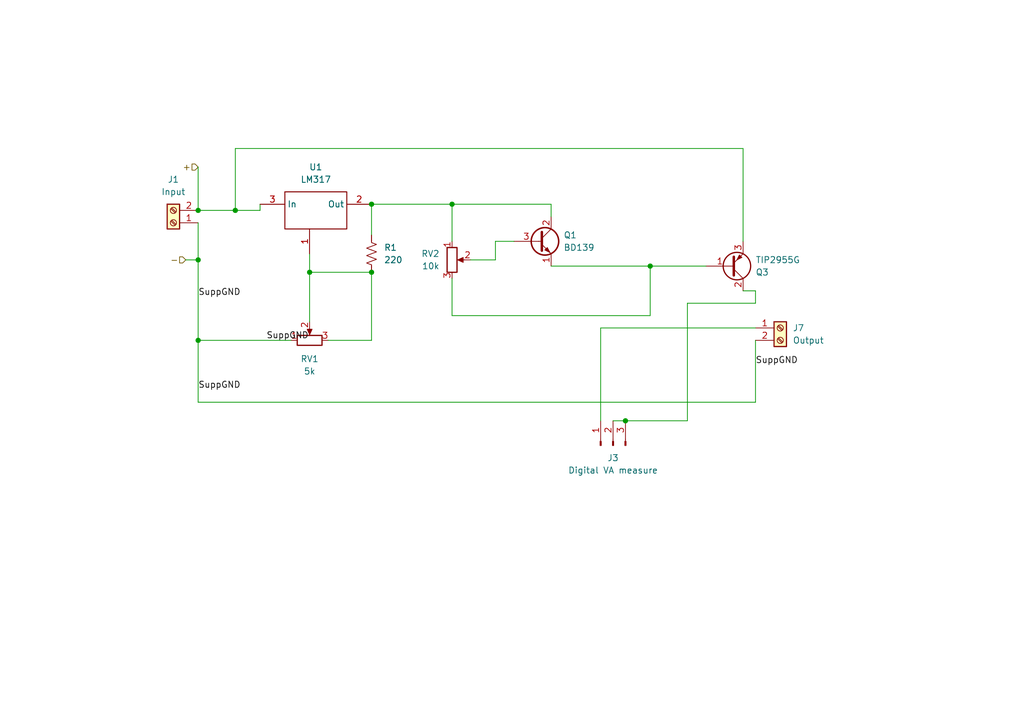
<source format=kicad_sch>
(kicad_sch (version 20230121) (generator eeschema)

  (uuid ac95ffd1-97d8-4cf7-8423-f8e644b86633)

  (paper "A5")

  (title_block
    (title "Bench power supply")
    (date "2023-10-15")
    (rev "1")
  )

  (lib_symbols
    (symbol "Connector:Conn_01x03_Pin" (pin_names (offset 1.016) hide) (in_bom yes) (on_board yes)
      (property "Reference" "J" (at 0 5.08 0)
        (effects (font (size 1.27 1.27)))
      )
      (property "Value" "Conn_01x03_Pin" (at 0 -5.08 0)
        (effects (font (size 1.27 1.27)))
      )
      (property "Footprint" "" (at 0 0 0)
        (effects (font (size 1.27 1.27)) hide)
      )
      (property "Datasheet" "~" (at 0 0 0)
        (effects (font (size 1.27 1.27)) hide)
      )
      (property "ki_locked" "" (at 0 0 0)
        (effects (font (size 1.27 1.27)))
      )
      (property "ki_keywords" "connector" (at 0 0 0)
        (effects (font (size 1.27 1.27)) hide)
      )
      (property "ki_description" "Generic connector, single row, 01x03, script generated" (at 0 0 0)
        (effects (font (size 1.27 1.27)) hide)
      )
      (property "ki_fp_filters" "Connector*:*_1x??_*" (at 0 0 0)
        (effects (font (size 1.27 1.27)) hide)
      )
      (symbol "Conn_01x03_Pin_1_1"
        (polyline
          (pts
            (xy 1.27 -2.54)
            (xy 0.8636 -2.54)
          )
          (stroke (width 0.1524) (type default))
          (fill (type none))
        )
        (polyline
          (pts
            (xy 1.27 0)
            (xy 0.8636 0)
          )
          (stroke (width 0.1524) (type default))
          (fill (type none))
        )
        (polyline
          (pts
            (xy 1.27 2.54)
            (xy 0.8636 2.54)
          )
          (stroke (width 0.1524) (type default))
          (fill (type none))
        )
        (rectangle (start 0.8636 -2.413) (end 0 -2.667)
          (stroke (width 0.1524) (type default))
          (fill (type outline))
        )
        (rectangle (start 0.8636 0.127) (end 0 -0.127)
          (stroke (width 0.1524) (type default))
          (fill (type outline))
        )
        (rectangle (start 0.8636 2.667) (end 0 2.413)
          (stroke (width 0.1524) (type default))
          (fill (type outline))
        )
        (pin passive line (at 5.08 2.54 180) (length 3.81)
          (name "Pin_1" (effects (font (size 1.27 1.27))))
          (number "1" (effects (font (size 1.27 1.27))))
        )
        (pin passive line (at 5.08 0 180) (length 3.81)
          (name "Pin_2" (effects (font (size 1.27 1.27))))
          (number "2" (effects (font (size 1.27 1.27))))
        )
        (pin passive line (at 5.08 -2.54 180) (length 3.81)
          (name "Pin_3" (effects (font (size 1.27 1.27))))
          (number "3" (effects (font (size 1.27 1.27))))
        )
      )
    )
    (symbol "Connector:Screw_Terminal_01x02" (pin_names (offset 1.016) hide) (in_bom yes) (on_board yes)
      (property "Reference" "J" (at 0 2.54 0)
        (effects (font (size 1.27 1.27)))
      )
      (property "Value" "Screw_Terminal_01x02" (at 0 -5.08 0)
        (effects (font (size 1.27 1.27)))
      )
      (property "Footprint" "" (at 0 0 0)
        (effects (font (size 1.27 1.27)) hide)
      )
      (property "Datasheet" "~" (at 0 0 0)
        (effects (font (size 1.27 1.27)) hide)
      )
      (property "ki_keywords" "screw terminal" (at 0 0 0)
        (effects (font (size 1.27 1.27)) hide)
      )
      (property "ki_description" "Generic screw terminal, single row, 01x02, script generated (kicad-library-utils/schlib/autogen/connector/)" (at 0 0 0)
        (effects (font (size 1.27 1.27)) hide)
      )
      (property "ki_fp_filters" "TerminalBlock*:*" (at 0 0 0)
        (effects (font (size 1.27 1.27)) hide)
      )
      (symbol "Screw_Terminal_01x02_1_1"
        (rectangle (start -1.27 1.27) (end 1.27 -3.81)
          (stroke (width 0.254) (type default))
          (fill (type background))
        )
        (circle (center 0 -2.54) (radius 0.635)
          (stroke (width 0.1524) (type default))
          (fill (type none))
        )
        (polyline
          (pts
            (xy -0.5334 -2.2098)
            (xy 0.3302 -3.048)
          )
          (stroke (width 0.1524) (type default))
          (fill (type none))
        )
        (polyline
          (pts
            (xy -0.5334 0.3302)
            (xy 0.3302 -0.508)
          )
          (stroke (width 0.1524) (type default))
          (fill (type none))
        )
        (polyline
          (pts
            (xy -0.3556 -2.032)
            (xy 0.508 -2.8702)
          )
          (stroke (width 0.1524) (type default))
          (fill (type none))
        )
        (polyline
          (pts
            (xy -0.3556 0.508)
            (xy 0.508 -0.3302)
          )
          (stroke (width 0.1524) (type default))
          (fill (type none))
        )
        (circle (center 0 0) (radius 0.635)
          (stroke (width 0.1524) (type default))
          (fill (type none))
        )
        (pin passive line (at -5.08 0 0) (length 3.81)
          (name "Pin_1" (effects (font (size 1.27 1.27))))
          (number "1" (effects (font (size 1.27 1.27))))
        )
        (pin passive line (at -5.08 -2.54 0) (length 3.81)
          (name "Pin_2" (effects (font (size 1.27 1.27))))
          (number "2" (effects (font (size 1.27 1.27))))
        )
      )
    )
    (symbol "Device:R_Potentiometer" (pin_names (offset 1.016) hide) (in_bom yes) (on_board yes)
      (property "Reference" "RV" (at -4.445 0 90)
        (effects (font (size 1.27 1.27)))
      )
      (property "Value" "R_Potentiometer" (at -2.54 0 90)
        (effects (font (size 1.27 1.27)))
      )
      (property "Footprint" "" (at 0 0 0)
        (effects (font (size 1.27 1.27)) hide)
      )
      (property "Datasheet" "~" (at 0 0 0)
        (effects (font (size 1.27 1.27)) hide)
      )
      (property "ki_keywords" "resistor variable" (at 0 0 0)
        (effects (font (size 1.27 1.27)) hide)
      )
      (property "ki_description" "Potentiometer" (at 0 0 0)
        (effects (font (size 1.27 1.27)) hide)
      )
      (property "ki_fp_filters" "Potentiometer*" (at 0 0 0)
        (effects (font (size 1.27 1.27)) hide)
      )
      (symbol "R_Potentiometer_0_1"
        (polyline
          (pts
            (xy 2.54 0)
            (xy 1.524 0)
          )
          (stroke (width 0) (type default))
          (fill (type none))
        )
        (polyline
          (pts
            (xy 1.143 0)
            (xy 2.286 0.508)
            (xy 2.286 -0.508)
            (xy 1.143 0)
          )
          (stroke (width 0) (type default))
          (fill (type outline))
        )
        (rectangle (start 1.016 2.54) (end -1.016 -2.54)
          (stroke (width 0.254) (type default))
          (fill (type none))
        )
      )
      (symbol "R_Potentiometer_1_1"
        (pin passive line (at 0 3.81 270) (length 1.27)
          (name "1" (effects (font (size 1.27 1.27))))
          (number "1" (effects (font (size 1.27 1.27))))
        )
        (pin passive line (at 3.81 0 180) (length 1.27)
          (name "2" (effects (font (size 1.27 1.27))))
          (number "2" (effects (font (size 1.27 1.27))))
        )
        (pin passive line (at 0 -3.81 90) (length 1.27)
          (name "3" (effects (font (size 1.27 1.27))))
          (number "3" (effects (font (size 1.27 1.27))))
        )
      )
    )
    (symbol "Device:R_US" (pin_numbers hide) (pin_names (offset 0)) (in_bom yes) (on_board yes)
      (property "Reference" "R" (at 2.54 0 90)
        (effects (font (size 1.27 1.27)))
      )
      (property "Value" "R_US" (at -2.54 0 90)
        (effects (font (size 1.27 1.27)))
      )
      (property "Footprint" "" (at 1.016 -0.254 90)
        (effects (font (size 1.27 1.27)) hide)
      )
      (property "Datasheet" "~" (at 0 0 0)
        (effects (font (size 1.27 1.27)) hide)
      )
      (property "ki_keywords" "R res resistor" (at 0 0 0)
        (effects (font (size 1.27 1.27)) hide)
      )
      (property "ki_description" "Resistor, US symbol" (at 0 0 0)
        (effects (font (size 1.27 1.27)) hide)
      )
      (property "ki_fp_filters" "R_*" (at 0 0 0)
        (effects (font (size 1.27 1.27)) hide)
      )
      (symbol "R_US_0_1"
        (polyline
          (pts
            (xy 0 -2.286)
            (xy 0 -2.54)
          )
          (stroke (width 0) (type default))
          (fill (type none))
        )
        (polyline
          (pts
            (xy 0 2.286)
            (xy 0 2.54)
          )
          (stroke (width 0) (type default))
          (fill (type none))
        )
        (polyline
          (pts
            (xy 0 -0.762)
            (xy 1.016 -1.143)
            (xy 0 -1.524)
            (xy -1.016 -1.905)
            (xy 0 -2.286)
          )
          (stroke (width 0) (type default))
          (fill (type none))
        )
        (polyline
          (pts
            (xy 0 0.762)
            (xy 1.016 0.381)
            (xy 0 0)
            (xy -1.016 -0.381)
            (xy 0 -0.762)
          )
          (stroke (width 0) (type default))
          (fill (type none))
        )
        (polyline
          (pts
            (xy 0 2.286)
            (xy 1.016 1.905)
            (xy 0 1.524)
            (xy -1.016 1.143)
            (xy 0 0.762)
          )
          (stroke (width 0) (type default))
          (fill (type none))
        )
      )
      (symbol "R_US_1_1"
        (pin passive line (at 0 3.81 270) (length 1.27)
          (name "~" (effects (font (size 1.27 1.27))))
          (number "1" (effects (font (size 1.27 1.27))))
        )
        (pin passive line (at 0 -3.81 90) (length 1.27)
          (name "~" (effects (font (size 1.27 1.27))))
          (number "2" (effects (font (size 1.27 1.27))))
        )
      )
    )
    (symbol "Transistor_BJT:BD139" (pin_names (offset 0) hide) (in_bom yes) (on_board yes)
      (property "Reference" "Q" (at 5.08 1.905 0)
        (effects (font (size 1.27 1.27)) (justify left))
      )
      (property "Value" "BD139" (at 5.08 0 0)
        (effects (font (size 1.27 1.27)) (justify left))
      )
      (property "Footprint" "Package_TO_SOT_THT:TO-126-3_Vertical" (at 5.08 -1.905 0)
        (effects (font (size 1.27 1.27) italic) (justify left) hide)
      )
      (property "Datasheet" "http://www.st.com/internet/com/TECHNICAL_RESOURCES/TECHNICAL_LITERATURE/DATASHEET/CD00001225.pdf" (at 0 0 0)
        (effects (font (size 1.27 1.27)) (justify left) hide)
      )
      (property "ki_keywords" "Low Voltage Transistor" (at 0 0 0)
        (effects (font (size 1.27 1.27)) hide)
      )
      (property "ki_description" "1.5A Ic, 80V Vce, Low Voltage Transistor, TO-126" (at 0 0 0)
        (effects (font (size 1.27 1.27)) hide)
      )
      (property "ki_fp_filters" "TO?126*" (at 0 0 0)
        (effects (font (size 1.27 1.27)) hide)
      )
      (symbol "BD139_0_1"
        (polyline
          (pts
            (xy 0 0)
            (xy 0.635 0)
          )
          (stroke (width 0) (type default))
          (fill (type none))
        )
        (polyline
          (pts
            (xy 2.54 -2.54)
            (xy 0.635 -0.635)
          )
          (stroke (width 0) (type default))
          (fill (type none))
        )
        (polyline
          (pts
            (xy 2.54 2.54)
            (xy 0.635 0.635)
          )
          (stroke (width 0) (type default))
          (fill (type none))
        )
        (polyline
          (pts
            (xy 0.635 1.905)
            (xy 0.635 -1.905)
            (xy 0.635 -1.905)
          )
          (stroke (width 0.508) (type default))
          (fill (type outline))
        )
        (polyline
          (pts
            (xy 1.2446 -1.778)
            (xy 1.7526 -1.27)
            (xy 2.286 -2.286)
            (xy 1.2446 -1.778)
            (xy 1.2446 -1.778)
          )
          (stroke (width 0) (type default))
          (fill (type outline))
        )
        (circle (center 1.27 0) (radius 2.8194)
          (stroke (width 0.3048) (type default))
          (fill (type none))
        )
      )
      (symbol "BD139_1_1"
        (pin passive line (at 2.54 -5.08 90) (length 2.54)
          (name "E" (effects (font (size 1.27 1.27))))
          (number "1" (effects (font (size 1.27 1.27))))
        )
        (pin passive line (at 2.54 5.08 270) (length 2.54)
          (name "C" (effects (font (size 1.27 1.27))))
          (number "2" (effects (font (size 1.27 1.27))))
        )
        (pin input line (at -5.08 0 0) (length 5.08)
          (name "B" (effects (font (size 1.27 1.27))))
          (number "3" (effects (font (size 1.27 1.27))))
        )
      )
    )
    (symbol "Transistor_BJT:TIP2955G" (pin_names (offset 0) hide) (in_bom yes) (on_board yes)
      (property "Reference" "Q" (at 5.08 1.905 0)
        (effects (font (size 1.27 1.27)) (justify left))
      )
      (property "Value" "TIP2955G" (at 5.08 0 0)
        (effects (font (size 1.27 1.27)) (justify left))
      )
      (property "Footprint" "Package_TO_SOT_THT:TO-247-3_Vertical" (at 5.08 -1.905 0)
        (effects (font (size 1.27 1.27) italic) (justify left) hide)
      )
      (property "Datasheet" "http://www.onsemi.com/pub_link/Collateral/TIP3055-D.PDF" (at 0 0 0)
        (effects (font (size 1.27 1.27)) (justify left) hide)
      )
      (property "ki_keywords" "power PNP Transistor" (at 0 0 0)
        (effects (font (size 1.27 1.27)) hide)
      )
      (property "ki_description" "-15A Ic, -60V Vce, Power PNP Transistor, TO-247" (at 0 0 0)
        (effects (font (size 1.27 1.27)) hide)
      )
      (property "ki_fp_filters" "TO?247*" (at 0 0 0)
        (effects (font (size 1.27 1.27)) hide)
      )
      (symbol "TIP2955G_0_1"
        (polyline
          (pts
            (xy 0.635 0.635)
            (xy 2.54 2.54)
          )
          (stroke (width 0) (type default))
          (fill (type none))
        )
        (polyline
          (pts
            (xy 0.635 -0.635)
            (xy 2.54 -2.54)
            (xy 2.54 -2.54)
          )
          (stroke (width 0) (type default))
          (fill (type none))
        )
        (polyline
          (pts
            (xy 0.635 1.905)
            (xy 0.635 -1.905)
            (xy 0.635 -1.905)
          )
          (stroke (width 0.508) (type default))
          (fill (type none))
        )
        (polyline
          (pts
            (xy 2.286 -1.778)
            (xy 1.778 -2.286)
            (xy 1.27 -1.27)
            (xy 2.286 -1.778)
            (xy 2.286 -1.778)
          )
          (stroke (width 0) (type default))
          (fill (type outline))
        )
        (circle (center 1.27 0) (radius 2.8194)
          (stroke (width 0.254) (type default))
          (fill (type none))
        )
      )
      (symbol "TIP2955G_1_1"
        (pin input line (at -5.08 0 0) (length 5.715)
          (name "B" (effects (font (size 1.27 1.27))))
          (number "1" (effects (font (size 1.27 1.27))))
        )
        (pin passive line (at 2.54 5.08 270) (length 2.54)
          (name "C" (effects (font (size 1.27 1.27))))
          (number "2" (effects (font (size 1.27 1.27))))
        )
        (pin passive line (at 2.54 -5.08 90) (length 2.54)
          (name "E" (effects (font (size 1.27 1.27))))
          (number "3" (effects (font (size 1.27 1.27))))
        )
      )
    )
    (symbol "V_Regulator:LM317" (in_bom yes) (on_board yes)
      (property "Reference" "U" (at -11.43 11.43 0)
        (effects (font (size 1.27 1.27)) (justify left))
      )
      (property "Value" "LM317" (at -11.43 8.89 0)
        (effects (font (size 1.27 1.27)) (justify left))
      )
      (property "Footprint" "TO220" (at 0 0 0)
        (effects (font (size 1.27 1.27)) hide)
      )
      (property "Datasheet" "" (at 0 0 0)
        (effects (font (size 1.27 1.27)) hide)
      )
      (property "ki_locked" "" (at 0 0 0)
        (effects (font (size 1.27 1.27)))
      )
      (property "ki_fp_filters" "TO220" (at 0 0 0)
        (effects (font (size 1.27 1.27)) hide)
      )
      (symbol "LM317_0_0"
        (rectangle (start -6.35 6.35) (end 6.35 -1.27)
          (stroke (width 0.2032) (type solid))
          (fill (type none))
        )
      )
      (symbol "LM317_1_0"
        (pin unspecified line (at -1.27 -6.35 90) (length 5.08)
          (name "~" (effects (font (size 1.27 1.27))))
          (number "1" (effects (font (size 1.27 1.27))))
        )
        (pin unspecified line (at 11.43 3.81 180) (length 5.08)
          (name "Out" (effects (font (size 1.27 1.27))))
          (number "2" (effects (font (size 1.27 1.27))))
        )
        (pin unspecified line (at -11.43 3.81 0) (length 5.08)
          (name "In" (effects (font (size 1.27 1.27))))
          (number "3" (effects (font (size 1.27 1.27))))
        )
      )
    )
  )

  (junction (at 128.27 86.36) (diameter 0) (color 0 0 0 0)
    (uuid 0bffeb25-3917-4bc1-b762-dfac1525c65c)
  )
  (junction (at 133.35 54.61) (diameter 0) (color 0 0 0 0)
    (uuid 51504f17-1dde-404e-8ad5-5702ec3ccbd3)
  )
  (junction (at 76.2 41.91) (diameter 0) (color 0 0 0 0)
    (uuid 63569fdd-2ef7-4dbc-af48-b0e5c4b421e8)
  )
  (junction (at 76.2 55.88) (diameter 0) (color 0 0 0 0)
    (uuid 6b0f435f-aa2a-4271-94d9-8bc1353b0b08)
  )
  (junction (at 40.64 53.34) (diameter 0) (color 0 0 0 0)
    (uuid 7d7b2725-c11b-4ec0-baba-b1af64f7e5d3)
  )
  (junction (at 48.26 43.18) (diameter 0) (color 0 0 0 0)
    (uuid 9623c52c-8f8a-4eed-8e76-a4406ef9746e)
  )
  (junction (at 40.64 43.18) (diameter 0) (color 0 0 0 0)
    (uuid 99dd7cac-50a3-42a2-bbf9-375522cc158a)
  )
  (junction (at 40.64 69.85) (diameter 0) (color 0 0 0 0)
    (uuid b1d0921e-5919-4291-a7e3-7cdc4604a1f7)
  )
  (junction (at 92.71 41.91) (diameter 0) (color 0 0 0 0)
    (uuid b6a0579c-be4e-43b2-819c-5d7d7992720a)
  )
  (junction (at 63.5 55.88) (diameter 0) (color 0 0 0 0)
    (uuid fc65fe32-cb01-4d7d-a6a4-47f27d60de9b)
  )

  (wire (pts (xy 92.71 41.91) (xy 92.71 49.53))
    (stroke (width 0) (type default))
    (uuid 0baf6fb4-de96-4da2-a1c9-7bf952505e62)
  )
  (wire (pts (xy 48.26 30.48) (xy 48.26 43.18))
    (stroke (width 0) (type default))
    (uuid 10fb1427-47d1-445d-b5ef-09cbce84e1c8)
  )
  (wire (pts (xy 125.73 86.36) (xy 128.27 86.36))
    (stroke (width 0) (type default))
    (uuid 12758416-e4da-4b10-a3db-7bed6bd6996b)
  )
  (wire (pts (xy 48.26 43.18) (xy 53.34 43.18))
    (stroke (width 0) (type default))
    (uuid 2b1fb9f7-ccb7-45ce-b3ce-4cbeaba9c9ad)
  )
  (wire (pts (xy 92.71 64.77) (xy 133.35 64.77))
    (stroke (width 0) (type default))
    (uuid 36f5ed28-eddd-4bd4-b8fa-fff1ea7107aa)
  )
  (wire (pts (xy 154.94 69.85) (xy 154.94 82.55))
    (stroke (width 0) (type default))
    (uuid 47da290d-4273-4d36-8844-80bf97678c62)
  )
  (wire (pts (xy 40.64 34.29) (xy 40.64 43.18))
    (stroke (width 0) (type default))
    (uuid 4a51b696-5e27-4c96-b587-bd28bacd6eeb)
  )
  (wire (pts (xy 123.19 67.31) (xy 123.19 86.36))
    (stroke (width 0) (type default))
    (uuid 4a589fe6-9f76-400e-a399-c0ad04989c9f)
  )
  (wire (pts (xy 101.6 49.53) (xy 105.41 49.53))
    (stroke (width 0) (type default))
    (uuid 4bedd9fc-08f0-488a-9e11-1f714631c8b3)
  )
  (wire (pts (xy 53.34 43.18) (xy 53.34 41.91))
    (stroke (width 0) (type default))
    (uuid 4cee17c8-4052-4b09-a0fc-de57da467082)
  )
  (wire (pts (xy 152.4 49.53) (xy 152.4 30.48))
    (stroke (width 0) (type default))
    (uuid 4dc73c4b-0d96-471f-ba22-ed2e0a23fab9)
  )
  (wire (pts (xy 40.64 43.18) (xy 48.26 43.18))
    (stroke (width 0) (type default))
    (uuid 5934e82c-3a4e-499e-b8ee-00db58089106)
  )
  (wire (pts (xy 113.03 54.61) (xy 133.35 54.61))
    (stroke (width 0) (type default))
    (uuid 6182cc73-d09e-4297-9d25-9200ec83a95b)
  )
  (wire (pts (xy 140.97 62.23) (xy 154.94 62.23))
    (stroke (width 0) (type default))
    (uuid 61a3b32f-b290-48e3-80fa-48ca0760fbb5)
  )
  (wire (pts (xy 76.2 69.85) (xy 76.2 55.88))
    (stroke (width 0) (type default))
    (uuid 63adc9e4-7391-45e9-bbcf-f016952059ab)
  )
  (wire (pts (xy 40.64 69.85) (xy 59.69 69.85))
    (stroke (width 0) (type default))
    (uuid 6645fc0d-ad88-42a5-9181-e154f55fc605)
  )
  (wire (pts (xy 76.2 55.88) (xy 63.5 55.88))
    (stroke (width 0) (type default))
    (uuid 6eb16ac3-c63c-4403-8bf7-d58367ad0df6)
  )
  (wire (pts (xy 92.71 41.91) (xy 113.03 41.91))
    (stroke (width 0) (type default))
    (uuid 731277c3-5afb-4378-b28b-90edceba390d)
  )
  (wire (pts (xy 101.6 53.34) (xy 96.52 53.34))
    (stroke (width 0) (type default))
    (uuid 7332a0ef-b99d-4a2b-a1bb-6cacff42c90c)
  )
  (wire (pts (xy 63.5 55.88) (xy 63.5 52.07))
    (stroke (width 0) (type default))
    (uuid 771cf518-f681-40d4-aed8-437e0eb920d2)
  )
  (wire (pts (xy 92.71 41.91) (xy 76.2 41.91))
    (stroke (width 0) (type default))
    (uuid 7f891af1-b360-4695-98a5-4a9c85ef2e4b)
  )
  (wire (pts (xy 154.94 62.23) (xy 154.94 59.69))
    (stroke (width 0) (type default))
    (uuid 8b0acf95-d43a-4473-b84f-9914c714920c)
  )
  (wire (pts (xy 133.35 64.77) (xy 133.35 54.61))
    (stroke (width 0) (type default))
    (uuid 96fde7c1-25a3-4c0b-b1a2-32a9aaa53be1)
  )
  (wire (pts (xy 67.31 69.85) (xy 76.2 69.85))
    (stroke (width 0) (type default))
    (uuid 9cfd9edf-cfad-42ea-a649-ea07a3790b76)
  )
  (wire (pts (xy 76.2 41.91) (xy 76.2 48.26))
    (stroke (width 0) (type default))
    (uuid a36d267f-4eeb-4fae-af03-64dc1bd5e807)
  )
  (wire (pts (xy 152.4 30.48) (xy 48.26 30.48))
    (stroke (width 0) (type default))
    (uuid a532d422-d755-40f6-8050-2b0a80e0414a)
  )
  (wire (pts (xy 128.27 86.36) (xy 140.97 86.36))
    (stroke (width 0) (type default))
    (uuid acc60a6e-6dac-4926-aace-f4fef750da51)
  )
  (wire (pts (xy 92.71 64.77) (xy 92.71 57.15))
    (stroke (width 0) (type default))
    (uuid b12c1008-0919-4b65-ac08-5c235f2dbc67)
  )
  (wire (pts (xy 40.64 82.55) (xy 40.64 69.85))
    (stroke (width 0) (type default))
    (uuid b59a37e0-e66e-4c4e-b2c7-479b7027aae4)
  )
  (wire (pts (xy 154.94 67.31) (xy 123.19 67.31))
    (stroke (width 0) (type default))
    (uuid bafb450d-e61b-4c50-bbf9-915631165a41)
  )
  (wire (pts (xy 113.03 41.91) (xy 113.03 44.45))
    (stroke (width 0) (type default))
    (uuid bb0a08f8-a370-4484-aee0-26e85f39566a)
  )
  (wire (pts (xy 40.64 53.34) (xy 40.64 69.85))
    (stroke (width 0) (type default))
    (uuid be40611e-6991-4b1a-bab6-76621d81e984)
  )
  (wire (pts (xy 38.1 53.34) (xy 40.64 53.34))
    (stroke (width 0) (type default))
    (uuid bf77a7ef-31fb-47b4-afea-5d30bfd0b58e)
  )
  (wire (pts (xy 133.35 54.61) (xy 144.78 54.61))
    (stroke (width 0) (type default))
    (uuid cd82f254-ecca-4d0e-a0c6-02b31e645728)
  )
  (wire (pts (xy 40.64 45.72) (xy 40.64 53.34))
    (stroke (width 0) (type default))
    (uuid cd8dcb4c-5150-49cb-aa1d-47fb58f5bd87)
  )
  (wire (pts (xy 140.97 86.36) (xy 140.97 62.23))
    (stroke (width 0) (type default))
    (uuid d0cc9da9-642f-42ce-a9e7-5d7c2eca8a77)
  )
  (wire (pts (xy 63.5 55.88) (xy 63.5 66.04))
    (stroke (width 0) (type default))
    (uuid d15bde02-e09d-40fd-9959-87c7d0fa0ff5)
  )
  (wire (pts (xy 101.6 53.34) (xy 101.6 49.53))
    (stroke (width 0) (type default))
    (uuid d20cc5d3-b3f4-475c-9761-6c73748eed31)
  )
  (wire (pts (xy 154.94 59.69) (xy 152.4 59.69))
    (stroke (width 0) (type default))
    (uuid e0ad4f50-09ae-49f5-8d5a-09ae87728174)
  )
  (wire (pts (xy 40.64 82.55) (xy 154.94 82.55))
    (stroke (width 0) (type default))
    (uuid e8c0c47f-9630-453b-8750-5cc6f12102a9)
  )

  (label "SuppGND" (at 40.64 60.96 0) (fields_autoplaced)
    (effects (font (size 1.27 1.27)) (justify left bottom))
    (uuid 1202ad2f-2279-43c2-92ef-276613438363)
  )
  (label "SuppGND" (at 154.94 74.93 0) (fields_autoplaced)
    (effects (font (size 1.27 1.27)) (justify left bottom))
    (uuid 15a760c0-5c23-4ccb-ad7e-fbabf335fe80)
  )
  (label "SuppGND" (at 40.64 80.01 0) (fields_autoplaced)
    (effects (font (size 1.27 1.27)) (justify left bottom))
    (uuid 483c7e51-4310-4f70-98d1-59a32175ec61)
  )
  (label "SuppGND" (at 54.61 69.85 0) (fields_autoplaced)
    (effects (font (size 1.27 1.27)) (justify left bottom))
    (uuid f43fe31c-ae9e-4457-ac63-b2c8f494bab8)
  )

  (hierarchical_label "+" (shape input) (at 40.64 34.29 180) (fields_autoplaced)
    (effects (font (size 1.27 1.27)) (justify right))
    (uuid c4fd8f3c-12e5-458e-a617-3df2e3259e0a)
  )
  (hierarchical_label "-" (shape input) (at 38.1 53.34 180) (fields_autoplaced)
    (effects (font (size 1.27 1.27)) (justify right))
    (uuid e5d86bab-874e-41a4-bb0a-ebdd2ac95f3a)
  )

  (symbol (lib_id "V_Regulator:LM317") (at 64.77 45.72 0) (unit 1)
    (in_bom yes) (on_board yes) (dnp no) (fields_autoplaced)
    (uuid 276d55b1-7fba-400e-8364-29216ec637c9)
    (property "Reference" "U1" (at 64.77 34.29 0)
      (effects (font (size 1.27 1.27)))
    )
    (property "Value" "LM317" (at 64.77 36.83 0)
      (effects (font (size 1.27 1.27)))
    )
    (property "Footprint" "Package_TO_SOT_THT:TO-126-3_Vertical" (at 64.77 45.72 0)
      (effects (font (size 1.27 1.27)) hide)
    )
    (property "Datasheet" "" (at 64.77 45.72 0)
      (effects (font (size 1.27 1.27)) hide)
    )
    (pin "1" (uuid 21a00579-caf0-4e38-874e-9959c65b8f0b))
    (pin "2" (uuid 5b269018-01b1-4975-93bb-4ecb1855548d))
    (pin "3" (uuid 6650142d-bb90-4f6a-ba6d-1c2cd257208d))
    (instances
      (project "VariablePowerSupply"
        (path "/769c317f-c67c-457d-a7ba-32e6f8df4c49"
          (reference "U1") (unit 1)
        )
        (path "/769c317f-c67c-457d-a7ba-32e6f8df4c49/5b89bc85-8769-4755-bd57-9ebb7359f106"
          (reference "U1") (unit 1)
        )
      )
      (project "BenchPowerSupply"
        (path "/85225bbb-a12f-4483-ac90-767368bd8ae2/9b8d7c27-79f7-4e99-bbc7-0ac7c4016791"
          (reference "U2") (unit 1)
        )
      )
    )
  )

  (symbol (lib_id "Device:R_Potentiometer") (at 92.71 53.34 0) (unit 1)
    (in_bom yes) (on_board yes) (dnp no) (fields_autoplaced)
    (uuid 613c1169-a7f1-45ea-9b1f-90214a25be35)
    (property "Reference" "RV2" (at 90.17 52.07 0)
      (effects (font (size 1.27 1.27)) (justify right))
    )
    (property "Value" "10k" (at 90.17 54.61 0)
      (effects (font (size 1.27 1.27)) (justify right))
    )
    (property "Footprint" "Connector_PinHeader_2.54mm:PinHeader_1x03_P2.54mm_Vertical" (at 92.71 53.34 0)
      (effects (font (size 1.27 1.27)) hide)
    )
    (property "Datasheet" "~" (at 92.71 53.34 0)
      (effects (font (size 1.27 1.27)) hide)
    )
    (pin "1" (uuid f952655f-4aa4-4215-82de-5d41a6291bca))
    (pin "2" (uuid 7a8186c5-55fa-43a4-9141-048acb66e885))
    (pin "3" (uuid bc1d1467-d132-4c20-bd99-105e115e4a64))
    (instances
      (project "VariablePowerSupply"
        (path "/769c317f-c67c-457d-a7ba-32e6f8df4c49"
          (reference "RV2") (unit 1)
        )
        (path "/769c317f-c67c-457d-a7ba-32e6f8df4c49/5b89bc85-8769-4755-bd57-9ebb7359f106"
          (reference "RV2") (unit 1)
        )
      )
      (project "BenchPowerSupply"
        (path "/85225bbb-a12f-4483-ac90-767368bd8ae2/9b8d7c27-79f7-4e99-bbc7-0ac7c4016791"
          (reference "RV3") (unit 1)
        )
      )
    )
  )

  (symbol (lib_id "Transistor_BJT:BD139") (at 110.49 49.53 0) (unit 1)
    (in_bom yes) (on_board yes) (dnp no) (fields_autoplaced)
    (uuid 655fff1a-e6e7-4766-bcd7-4a95d515643e)
    (property "Reference" "Q1" (at 115.57 48.26 0)
      (effects (font (size 1.27 1.27)) (justify left))
    )
    (property "Value" "BD139" (at 115.57 50.8 0)
      (effects (font (size 1.27 1.27)) (justify left))
    )
    (property "Footprint" "Package_TO_SOT_THT:TO-126-3_Vertical" (at 115.57 51.435 0)
      (effects (font (size 1.27 1.27) italic) (justify left) hide)
    )
    (property "Datasheet" "http://www.st.com/internet/com/TECHNICAL_RESOURCES/TECHNICAL_LITERATURE/DATASHEET/CD00001225.pdf" (at 110.49 49.53 0)
      (effects (font (size 1.27 1.27)) (justify left) hide)
    )
    (pin "1" (uuid a6ac9f40-fb64-4d04-abcd-2c8dc8f29635))
    (pin "2" (uuid 4a80cbaa-824a-45a0-b1c1-9f6065f8f8cd))
    (pin "3" (uuid fe1dcfd0-7e56-4573-be7c-ec8469b928cb))
    (instances
      (project "VariablePowerSupply"
        (path "/769c317f-c67c-457d-a7ba-32e6f8df4c49"
          (reference "Q1") (unit 1)
        )
        (path "/769c317f-c67c-457d-a7ba-32e6f8df4c49/5b89bc85-8769-4755-bd57-9ebb7359f106"
          (reference "Q1") (unit 1)
        )
      )
      (project "BenchPowerSupply"
        (path "/85225bbb-a12f-4483-ac90-767368bd8ae2/9b8d7c27-79f7-4e99-bbc7-0ac7c4016791"
          (reference "Q1") (unit 1)
        )
      )
    )
  )

  (symbol (lib_id "Connector:Conn_01x03_Pin") (at 125.73 91.44 90) (unit 1)
    (in_bom yes) (on_board yes) (dnp no) (fields_autoplaced)
    (uuid 65c3ed6d-ecc7-4536-93ba-7e3f9fc92eb8)
    (property "Reference" "J3" (at 125.73 93.98 90)
      (effects (font (size 1.27 1.27)))
    )
    (property "Value" "Digital VA measure" (at 125.73 96.52 90)
      (effects (font (size 1.27 1.27)))
    )
    (property "Footprint" "Connector_JST:JST_VH_B3P-VH_1x03_P3.96mm_Vertical" (at 125.73 91.44 0)
      (effects (font (size 1.27 1.27)) hide)
    )
    (property "Datasheet" "~" (at 125.73 91.44 0)
      (effects (font (size 1.27 1.27)) hide)
    )
    (pin "1" (uuid eedb7b48-222b-46f2-a076-21a03a3aac70))
    (pin "2" (uuid 521ce76d-d1ad-4909-8b8a-64c9e13ee73d))
    (pin "3" (uuid dee97fa2-7793-4a6d-8135-f02ced2a4723))
    (instances
      (project "VariablePowerSupply"
        (path "/769c317f-c67c-457d-a7ba-32e6f8df4c49"
          (reference "J3") (unit 1)
        )
        (path "/769c317f-c67c-457d-a7ba-32e6f8df4c49/5b89bc85-8769-4755-bd57-9ebb7359f106"
          (reference "J3") (unit 1)
        )
      )
      (project "BenchPowerSupply"
        (path "/85225bbb-a12f-4483-ac90-767368bd8ae2/9b8d7c27-79f7-4e99-bbc7-0ac7c4016791"
          (reference "J6") (unit 1)
        )
      )
    )
  )

  (symbol (lib_id "Transistor_BJT:TIP2955G") (at 149.86 54.61 0) (mirror x) (unit 1)
    (in_bom yes) (on_board yes) (dnp no)
    (uuid 92fc05cc-37cb-430c-9a74-ab99789bae94)
    (property "Reference" "Q3" (at 154.94 55.88 0)
      (effects (font (size 1.27 1.27)) (justify left))
    )
    (property "Value" "TIP2955G" (at 154.94 53.34 0)
      (effects (font (size 1.27 1.27)) (justify left))
    )
    (property "Footprint" "Package_TO_SOT_THT:TO-247-3_Vertical" (at 154.94 52.705 0)
      (effects (font (size 1.27 1.27) italic) (justify left) hide)
    )
    (property "Datasheet" "http://www.onsemi.com/pub_link/Collateral/TIP3055-D.PDF" (at 149.86 54.61 0)
      (effects (font (size 1.27 1.27)) (justify left) hide)
    )
    (pin "1" (uuid 34a3fe29-ea77-4eb9-8bb4-7c4e7fbe851f))
    (pin "2" (uuid 7bde9796-5dac-4a94-a940-4114bccb0b6e))
    (pin "3" (uuid 4fe1a728-5a76-4414-bd75-dd8ad2125b1f))
    (instances
      (project "VariablePowerSupply"
        (path "/769c317f-c67c-457d-a7ba-32e6f8df4c49/5b89bc85-8769-4755-bd57-9ebb7359f106"
          (reference "Q3") (unit 1)
        )
      )
      (project "BenchPowerSupply"
        (path "/85225bbb-a12f-4483-ac90-767368bd8ae2/9b8d7c27-79f7-4e99-bbc7-0ac7c4016791"
          (reference "Q2") (unit 1)
        )
      )
    )
  )

  (symbol (lib_id "Device:R_Potentiometer") (at 63.5 69.85 90) (unit 1)
    (in_bom yes) (on_board yes) (dnp no) (fields_autoplaced)
    (uuid aa33fff6-0515-446c-b092-479edf9a2375)
    (property "Reference" "RV1" (at 63.5 73.66 90)
      (effects (font (size 1.27 1.27)))
    )
    (property "Value" "5k" (at 63.5 76.2 90)
      (effects (font (size 1.27 1.27)))
    )
    (property "Footprint" "Connector_PinHeader_2.54mm:PinHeader_1x03_P2.54mm_Vertical" (at 63.5 69.85 0)
      (effects (font (size 1.27 1.27)) hide)
    )
    (property "Datasheet" "~" (at 63.5 69.85 0)
      (effects (font (size 1.27 1.27)) hide)
    )
    (pin "1" (uuid 2ea1e87c-d948-4849-9883-32220036deac))
    (pin "2" (uuid af137b72-7af7-4549-9d59-0675aee642fc))
    (pin "3" (uuid 7af89e81-ceca-41b9-b2dc-cb76757ac0d5))
    (instances
      (project "VariablePowerSupply"
        (path "/769c317f-c67c-457d-a7ba-32e6f8df4c49"
          (reference "RV1") (unit 1)
        )
        (path "/769c317f-c67c-457d-a7ba-32e6f8df4c49/5b89bc85-8769-4755-bd57-9ebb7359f106"
          (reference "RV1") (unit 1)
        )
      )
      (project "BenchPowerSupply"
        (path "/85225bbb-a12f-4483-ac90-767368bd8ae2/9b8d7c27-79f7-4e99-bbc7-0ac7c4016791"
          (reference "RV2") (unit 1)
        )
      )
    )
  )

  (symbol (lib_id "Connector:Screw_Terminal_01x02") (at 160.02 67.31 0) (unit 1)
    (in_bom yes) (on_board yes) (dnp no) (fields_autoplaced)
    (uuid b52d79ed-65e4-46e7-972c-c2c85a1baee9)
    (property "Reference" "J7" (at 162.56 67.31 0)
      (effects (font (size 1.27 1.27)) (justify left))
    )
    (property "Value" "Output" (at 162.56 69.85 0)
      (effects (font (size 1.27 1.27)) (justify left))
    )
    (property "Footprint" "TerminalBlock_Phoenix:TerminalBlock_Phoenix_MKDS-1,5-2-5.08_1x02_P5.08mm_Horizontal" (at 160.02 67.31 0)
      (effects (font (size 1.27 1.27)) hide)
    )
    (property "Datasheet" "~" (at 160.02 67.31 0)
      (effects (font (size 1.27 1.27)) hide)
    )
    (pin "1" (uuid 6fab71ea-01ea-4134-b4b2-b186dc35ea9d))
    (pin "2" (uuid 07f1309b-85de-4000-a59c-06969bca0c09))
    (instances
      (project "VariablePowerSupply"
        (path "/769c317f-c67c-457d-a7ba-32e6f8df4c49"
          (reference "J7") (unit 1)
        )
        (path "/769c317f-c67c-457d-a7ba-32e6f8df4c49/5b89bc85-8769-4755-bd57-9ebb7359f106"
          (reference "J7") (unit 1)
        )
      )
      (project "BenchPowerSupply"
        (path "/85225bbb-a12f-4483-ac90-767368bd8ae2/9b8d7c27-79f7-4e99-bbc7-0ac7c4016791"
          (reference "J7") (unit 1)
        )
      )
    )
  )

  (symbol (lib_id "Device:R_US") (at 76.2 52.07 0) (unit 1)
    (in_bom yes) (on_board yes) (dnp no) (fields_autoplaced)
    (uuid cb1aa306-20fc-4340-94b6-b5110069b035)
    (property "Reference" "R1" (at 78.74 50.8 0)
      (effects (font (size 1.27 1.27)) (justify left))
    )
    (property "Value" "220" (at 78.74 53.34 0)
      (effects (font (size 1.27 1.27)) (justify left))
    )
    (property "Footprint" "Resistor_THT:R_Axial_DIN0207_L6.3mm_D2.5mm_P10.16mm_Horizontal" (at 77.216 52.324 90)
      (effects (font (size 1.27 1.27)) hide)
    )
    (property "Datasheet" "~" (at 76.2 52.07 0)
      (effects (font (size 1.27 1.27)) hide)
    )
    (pin "1" (uuid 64c20b64-6d03-4bfe-811c-e5b526fa45bc))
    (pin "2" (uuid bedf819d-ea17-456a-bdea-476a21b030e5))
    (instances
      (project "VariablePowerSupply"
        (path "/769c317f-c67c-457d-a7ba-32e6f8df4c49"
          (reference "R1") (unit 1)
        )
        (path "/769c317f-c67c-457d-a7ba-32e6f8df4c49/5b89bc85-8769-4755-bd57-9ebb7359f106"
          (reference "R1") (unit 1)
        )
      )
      (project "BenchPowerSupply"
        (path "/85225bbb-a12f-4483-ac90-767368bd8ae2/9b8d7c27-79f7-4e99-bbc7-0ac7c4016791"
          (reference "R3") (unit 1)
        )
      )
    )
  )

  (symbol (lib_id "Connector:Screw_Terminal_01x02") (at 35.56 45.72 180) (unit 1)
    (in_bom yes) (on_board yes) (dnp no) (fields_autoplaced)
    (uuid f2badbc6-d888-4d8b-b464-9a071c8f38df)
    (property "Reference" "J1" (at 35.56 36.83 0)
      (effects (font (size 1.27 1.27)))
    )
    (property "Value" "Input" (at 35.56 39.37 0)
      (effects (font (size 1.27 1.27)))
    )
    (property "Footprint" "TerminalBlock_Phoenix:TerminalBlock_Phoenix_MKDS-1,5-2-5.08_1x02_P5.08mm_Horizontal" (at 35.56 45.72 0)
      (effects (font (size 1.27 1.27)) hide)
    )
    (property "Datasheet" "~" (at 35.56 45.72 0)
      (effects (font (size 1.27 1.27)) hide)
    )
    (pin "1" (uuid 14f3bf96-6f29-4c21-a35d-4729afab2bd8))
    (pin "2" (uuid f17e7eb1-c63d-4cfb-aa30-2da8c999a9e4))
    (instances
      (project "VariablePowerSupply"
        (path "/769c317f-c67c-457d-a7ba-32e6f8df4c49"
          (reference "J1") (unit 1)
        )
        (path "/769c317f-c67c-457d-a7ba-32e6f8df4c49/5b89bc85-8769-4755-bd57-9ebb7359f106"
          (reference "J1") (unit 1)
        )
      )
      (project "BenchPowerSupply"
        (path "/85225bbb-a12f-4483-ac90-767368bd8ae2/9b8d7c27-79f7-4e99-bbc7-0ac7c4016791"
          (reference "J5") (unit 1)
        )
      )
    )
  )
)

</source>
